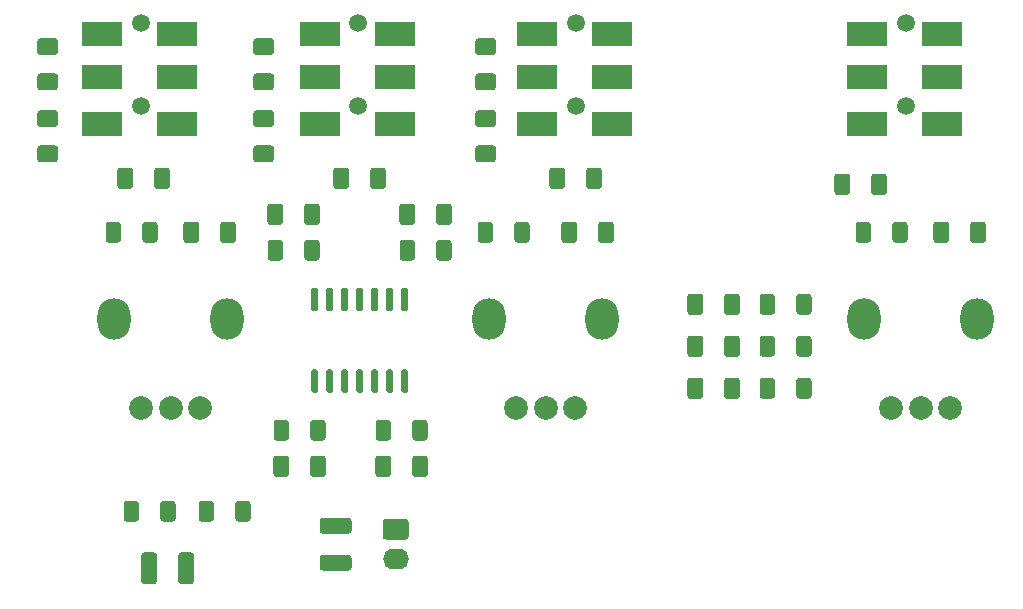
<source format=gbr>
%TF.GenerationSoftware,KiCad,Pcbnew,5.1.7-a382d34a8~87~ubuntu20.04.1*%
%TF.CreationDate,2020-10-16T18:55:23+02:00*%
%TF.ProjectId,3Channel-PiezoAmp,33436861-6e6e-4656-9c2d-5069657a6f41,rev?*%
%TF.SameCoordinates,Original*%
%TF.FileFunction,Soldermask,Bot*%
%TF.FilePolarity,Negative*%
%FSLAX46Y46*%
G04 Gerber Fmt 4.6, Leading zero omitted, Abs format (unit mm)*
G04 Created by KiCad (PCBNEW 5.1.7-a382d34a8~87~ubuntu20.04.1) date 2020-10-16 18:55:23*
%MOMM*%
%LPD*%
G01*
G04 APERTURE LIST*
%ADD10C,2.000000*%
%ADD11O,2.800000X3.500000*%
%ADD12O,2.190000X1.740000*%
%ADD13R,3.500000X2.000000*%
%ADD14C,1.500000*%
G04 APERTURE END LIST*
D10*
%TO.C,RV1*%
X52110000Y-87510000D03*
X54610000Y-87510000D03*
X57110000Y-87510000D03*
D11*
X49810000Y-80010000D03*
X59410000Y-80010000D03*
%TD*%
D10*
%TO.C,RV2*%
X83860000Y-87510000D03*
X86360000Y-87510000D03*
X88860000Y-87510000D03*
D11*
X81560000Y-80010000D03*
X91160000Y-80010000D03*
%TD*%
D10*
%TO.C,RV3*%
X115610000Y-87510000D03*
X118110000Y-87510000D03*
X120610000Y-87510000D03*
D11*
X113310000Y-80010000D03*
X122910000Y-80010000D03*
%TD*%
%TO.C,BT1*%
G36*
G01*
X72814999Y-96920000D02*
X74505001Y-96920000D01*
G75*
G02*
X74755000Y-97169999I0J-249999D01*
G01*
X74755000Y-98410001D01*
G75*
G02*
X74505001Y-98660000I-249999J0D01*
G01*
X72814999Y-98660000D01*
G75*
G02*
X72565000Y-98410001I0J249999D01*
G01*
X72565000Y-97169999D01*
G75*
G02*
X72814999Y-96920000I249999J0D01*
G01*
G37*
D12*
X73660000Y-100330000D03*
%TD*%
%TO.C,C1*%
G36*
G01*
X53456000Y-99991999D02*
X53456000Y-102192001D01*
G75*
G02*
X53206001Y-102442000I-249999J0D01*
G01*
X52380999Y-102442000D01*
G75*
G02*
X52131000Y-102192001I0J249999D01*
G01*
X52131000Y-99991999D01*
G75*
G02*
X52380999Y-99742000I249999J0D01*
G01*
X53206001Y-99742000D01*
G75*
G02*
X53456000Y-99991999I0J-249999D01*
G01*
G37*
G36*
G01*
X56581000Y-99991999D02*
X56581000Y-102192001D01*
G75*
G02*
X56331001Y-102442000I-249999J0D01*
G01*
X55505999Y-102442000D01*
G75*
G02*
X55256000Y-102192001I0J249999D01*
G01*
X55256000Y-99991999D01*
G75*
G02*
X55505999Y-99742000I249999J0D01*
G01*
X56331001Y-99742000D01*
G75*
G02*
X56581000Y-99991999I0J-249999D01*
G01*
G37*
%TD*%
%TO.C,C14*%
G36*
G01*
X67479999Y-99960000D02*
X69680001Y-99960000D01*
G75*
G02*
X69930000Y-100209999I0J-249999D01*
G01*
X69930000Y-101035001D01*
G75*
G02*
X69680001Y-101285000I-249999J0D01*
G01*
X67479999Y-101285000D01*
G75*
G02*
X67230000Y-101035001I0J249999D01*
G01*
X67230000Y-100209999D01*
G75*
G02*
X67479999Y-99960000I249999J0D01*
G01*
G37*
G36*
G01*
X67479999Y-96835000D02*
X69680001Y-96835000D01*
G75*
G02*
X69930000Y-97084999I0J-249999D01*
G01*
X69930000Y-97910001D01*
G75*
G02*
X69680001Y-98160000I-249999J0D01*
G01*
X67479999Y-98160000D01*
G75*
G02*
X67230000Y-97910001I0J249999D01*
G01*
X67230000Y-97084999D01*
G75*
G02*
X67479999Y-96835000I249999J0D01*
G01*
G37*
%TD*%
%TO.C,D1*%
G36*
G01*
X44821000Y-63741000D02*
X43571000Y-63741000D01*
G75*
G02*
X43321000Y-63491000I0J250000D01*
G01*
X43321000Y-62566000D01*
G75*
G02*
X43571000Y-62316000I250000J0D01*
G01*
X44821000Y-62316000D01*
G75*
G02*
X45071000Y-62566000I0J-250000D01*
G01*
X45071000Y-63491000D01*
G75*
G02*
X44821000Y-63741000I-250000J0D01*
G01*
G37*
G36*
G01*
X44821000Y-66716000D02*
X43571000Y-66716000D01*
G75*
G02*
X43321000Y-66466000I0J250000D01*
G01*
X43321000Y-65541000D01*
G75*
G02*
X43571000Y-65291000I250000J0D01*
G01*
X44821000Y-65291000D01*
G75*
G02*
X45071000Y-65541000I0J-250000D01*
G01*
X45071000Y-66466000D01*
G75*
G02*
X44821000Y-66716000I-250000J0D01*
G01*
G37*
%TD*%
%TO.C,D2*%
G36*
G01*
X44821000Y-60620000D02*
X43571000Y-60620000D01*
G75*
G02*
X43321000Y-60370000I0J250000D01*
G01*
X43321000Y-59445000D01*
G75*
G02*
X43571000Y-59195000I250000J0D01*
G01*
X44821000Y-59195000D01*
G75*
G02*
X45071000Y-59445000I0J-250000D01*
G01*
X45071000Y-60370000D01*
G75*
G02*
X44821000Y-60620000I-250000J0D01*
G01*
G37*
G36*
G01*
X44821000Y-57645000D02*
X43571000Y-57645000D01*
G75*
G02*
X43321000Y-57395000I0J250000D01*
G01*
X43321000Y-56470000D01*
G75*
G02*
X43571000Y-56220000I250000J0D01*
G01*
X44821000Y-56220000D01*
G75*
G02*
X45071000Y-56470000I0J-250000D01*
G01*
X45071000Y-57395000D01*
G75*
G02*
X44821000Y-57645000I-250000J0D01*
G01*
G37*
%TD*%
%TO.C,D3*%
G36*
G01*
X63109000Y-63741000D02*
X61859000Y-63741000D01*
G75*
G02*
X61609000Y-63491000I0J250000D01*
G01*
X61609000Y-62566000D01*
G75*
G02*
X61859000Y-62316000I250000J0D01*
G01*
X63109000Y-62316000D01*
G75*
G02*
X63359000Y-62566000I0J-250000D01*
G01*
X63359000Y-63491000D01*
G75*
G02*
X63109000Y-63741000I-250000J0D01*
G01*
G37*
G36*
G01*
X63109000Y-66716000D02*
X61859000Y-66716000D01*
G75*
G02*
X61609000Y-66466000I0J250000D01*
G01*
X61609000Y-65541000D01*
G75*
G02*
X61859000Y-65291000I250000J0D01*
G01*
X63109000Y-65291000D01*
G75*
G02*
X63359000Y-65541000I0J-250000D01*
G01*
X63359000Y-66466000D01*
G75*
G02*
X63109000Y-66716000I-250000J0D01*
G01*
G37*
%TD*%
%TO.C,D4*%
G36*
G01*
X63109000Y-60620000D02*
X61859000Y-60620000D01*
G75*
G02*
X61609000Y-60370000I0J250000D01*
G01*
X61609000Y-59445000D01*
G75*
G02*
X61859000Y-59195000I250000J0D01*
G01*
X63109000Y-59195000D01*
G75*
G02*
X63359000Y-59445000I0J-250000D01*
G01*
X63359000Y-60370000D01*
G75*
G02*
X63109000Y-60620000I-250000J0D01*
G01*
G37*
G36*
G01*
X63109000Y-57645000D02*
X61859000Y-57645000D01*
G75*
G02*
X61609000Y-57395000I0J250000D01*
G01*
X61609000Y-56470000D01*
G75*
G02*
X61859000Y-56220000I250000J0D01*
G01*
X63109000Y-56220000D01*
G75*
G02*
X63359000Y-56470000I0J-250000D01*
G01*
X63359000Y-57395000D01*
G75*
G02*
X63109000Y-57645000I-250000J0D01*
G01*
G37*
%TD*%
%TO.C,D5*%
G36*
G01*
X81905000Y-66716000D02*
X80655000Y-66716000D01*
G75*
G02*
X80405000Y-66466000I0J250000D01*
G01*
X80405000Y-65541000D01*
G75*
G02*
X80655000Y-65291000I250000J0D01*
G01*
X81905000Y-65291000D01*
G75*
G02*
X82155000Y-65541000I0J-250000D01*
G01*
X82155000Y-66466000D01*
G75*
G02*
X81905000Y-66716000I-250000J0D01*
G01*
G37*
G36*
G01*
X81905000Y-63741000D02*
X80655000Y-63741000D01*
G75*
G02*
X80405000Y-63491000I0J250000D01*
G01*
X80405000Y-62566000D01*
G75*
G02*
X80655000Y-62316000I250000J0D01*
G01*
X81905000Y-62316000D01*
G75*
G02*
X82155000Y-62566000I0J-250000D01*
G01*
X82155000Y-63491000D01*
G75*
G02*
X81905000Y-63741000I-250000J0D01*
G01*
G37*
%TD*%
%TO.C,D6*%
G36*
G01*
X81905000Y-57645000D02*
X80655000Y-57645000D01*
G75*
G02*
X80405000Y-57395000I0J250000D01*
G01*
X80405000Y-56470000D01*
G75*
G02*
X80655000Y-56220000I250000J0D01*
G01*
X81905000Y-56220000D01*
G75*
G02*
X82155000Y-56470000I0J-250000D01*
G01*
X82155000Y-57395000D01*
G75*
G02*
X81905000Y-57645000I-250000J0D01*
G01*
G37*
G36*
G01*
X81905000Y-60620000D02*
X80655000Y-60620000D01*
G75*
G02*
X80405000Y-60370000I0J250000D01*
G01*
X80405000Y-59445000D01*
G75*
G02*
X80655000Y-59195000I250000J0D01*
G01*
X81905000Y-59195000D01*
G75*
G02*
X82155000Y-59445000I0J-250000D01*
G01*
X82155000Y-60370000D01*
G75*
G02*
X81905000Y-60620000I-250000J0D01*
G01*
G37*
%TD*%
%TO.C,R1*%
G36*
G01*
X58282000Y-95641000D02*
X58282000Y-96891000D01*
G75*
G02*
X58032000Y-97141000I-250000J0D01*
G01*
X57232000Y-97141000D01*
G75*
G02*
X56982000Y-96891000I0J250000D01*
G01*
X56982000Y-95641000D01*
G75*
G02*
X57232000Y-95391000I250000J0D01*
G01*
X58032000Y-95391000D01*
G75*
G02*
X58282000Y-95641000I0J-250000D01*
G01*
G37*
G36*
G01*
X61382000Y-95641000D02*
X61382000Y-96891000D01*
G75*
G02*
X61132000Y-97141000I-250000J0D01*
G01*
X60332000Y-97141000D01*
G75*
G02*
X60082000Y-96891000I0J250000D01*
G01*
X60082000Y-95641000D01*
G75*
G02*
X60332000Y-95391000I250000J0D01*
G01*
X61132000Y-95391000D01*
G75*
G02*
X61382000Y-95641000I0J-250000D01*
G01*
G37*
%TD*%
%TO.C,R2*%
G36*
G01*
X55032000Y-95641000D02*
X55032000Y-96891000D01*
G75*
G02*
X54782000Y-97141000I-250000J0D01*
G01*
X53982000Y-97141000D01*
G75*
G02*
X53732000Y-96891000I0J250000D01*
G01*
X53732000Y-95641000D01*
G75*
G02*
X53982000Y-95391000I250000J0D01*
G01*
X54782000Y-95391000D01*
G75*
G02*
X55032000Y-95641000I0J-250000D01*
G01*
G37*
G36*
G01*
X51932000Y-95641000D02*
X51932000Y-96891000D01*
G75*
G02*
X51682000Y-97141000I-250000J0D01*
G01*
X50882000Y-97141000D01*
G75*
G02*
X50632000Y-96891000I0J250000D01*
G01*
X50632000Y-95641000D01*
G75*
G02*
X50882000Y-95391000I250000J0D01*
G01*
X51682000Y-95391000D01*
G75*
G02*
X51932000Y-95641000I0J-250000D01*
G01*
G37*
%TD*%
%TO.C,R3*%
G36*
G01*
X66432000Y-90033000D02*
X66432000Y-88783000D01*
G75*
G02*
X66682000Y-88533000I250000J0D01*
G01*
X67482000Y-88533000D01*
G75*
G02*
X67732000Y-88783000I0J-250000D01*
G01*
X67732000Y-90033000D01*
G75*
G02*
X67482000Y-90283000I-250000J0D01*
G01*
X66682000Y-90283000D01*
G75*
G02*
X66432000Y-90033000I0J250000D01*
G01*
G37*
G36*
G01*
X63332000Y-90033000D02*
X63332000Y-88783000D01*
G75*
G02*
X63582000Y-88533000I250000J0D01*
G01*
X64382000Y-88533000D01*
G75*
G02*
X64632000Y-88783000I0J-250000D01*
G01*
X64632000Y-90033000D01*
G75*
G02*
X64382000Y-90283000I-250000J0D01*
G01*
X63582000Y-90283000D01*
G75*
G02*
X63332000Y-90033000I0J250000D01*
G01*
G37*
%TD*%
%TO.C,R4*%
G36*
G01*
X76368000Y-88783000D02*
X76368000Y-90033000D01*
G75*
G02*
X76118000Y-90283000I-250000J0D01*
G01*
X75318000Y-90283000D01*
G75*
G02*
X75068000Y-90033000I0J250000D01*
G01*
X75068000Y-88783000D01*
G75*
G02*
X75318000Y-88533000I250000J0D01*
G01*
X76118000Y-88533000D01*
G75*
G02*
X76368000Y-88783000I0J-250000D01*
G01*
G37*
G36*
G01*
X73268000Y-88783000D02*
X73268000Y-90033000D01*
G75*
G02*
X73018000Y-90283000I-250000J0D01*
G01*
X72218000Y-90283000D01*
G75*
G02*
X71968000Y-90033000I0J250000D01*
G01*
X71968000Y-88783000D01*
G75*
G02*
X72218000Y-88533000I250000J0D01*
G01*
X73018000Y-88533000D01*
G75*
G02*
X73268000Y-88783000I0J-250000D01*
G01*
G37*
%TD*%
%TO.C,R5*%
G36*
G01*
X65924000Y-74793000D02*
X65924000Y-73543000D01*
G75*
G02*
X66174000Y-73293000I250000J0D01*
G01*
X66974000Y-73293000D01*
G75*
G02*
X67224000Y-73543000I0J-250000D01*
G01*
X67224000Y-74793000D01*
G75*
G02*
X66974000Y-75043000I-250000J0D01*
G01*
X66174000Y-75043000D01*
G75*
G02*
X65924000Y-74793000I0J250000D01*
G01*
G37*
G36*
G01*
X62824000Y-74793000D02*
X62824000Y-73543000D01*
G75*
G02*
X63074000Y-73293000I250000J0D01*
G01*
X63874000Y-73293000D01*
G75*
G02*
X64124000Y-73543000I0J-250000D01*
G01*
X64124000Y-74793000D01*
G75*
G02*
X63874000Y-75043000I-250000J0D01*
G01*
X63074000Y-75043000D01*
G75*
G02*
X62824000Y-74793000I0J250000D01*
G01*
G37*
%TD*%
%TO.C,R6*%
G36*
G01*
X53508000Y-72019000D02*
X53508000Y-73269000D01*
G75*
G02*
X53258000Y-73519000I-250000J0D01*
G01*
X52458000Y-73519000D01*
G75*
G02*
X52208000Y-73269000I0J250000D01*
G01*
X52208000Y-72019000D01*
G75*
G02*
X52458000Y-71769000I250000J0D01*
G01*
X53258000Y-71769000D01*
G75*
G02*
X53508000Y-72019000I0J-250000D01*
G01*
G37*
G36*
G01*
X50408000Y-72019000D02*
X50408000Y-73269000D01*
G75*
G02*
X50158000Y-73519000I-250000J0D01*
G01*
X49358000Y-73519000D01*
G75*
G02*
X49108000Y-73269000I0J250000D01*
G01*
X49108000Y-72019000D01*
G75*
G02*
X49358000Y-71769000I250000J0D01*
G01*
X50158000Y-71769000D01*
G75*
G02*
X50408000Y-72019000I0J-250000D01*
G01*
G37*
%TD*%
%TO.C,R7*%
G36*
G01*
X81904000Y-72019000D02*
X81904000Y-73269000D01*
G75*
G02*
X81654000Y-73519000I-250000J0D01*
G01*
X80854000Y-73519000D01*
G75*
G02*
X80604000Y-73269000I0J250000D01*
G01*
X80604000Y-72019000D01*
G75*
G02*
X80854000Y-71769000I250000J0D01*
G01*
X81654000Y-71769000D01*
G75*
G02*
X81904000Y-72019000I0J-250000D01*
G01*
G37*
G36*
G01*
X85004000Y-72019000D02*
X85004000Y-73269000D01*
G75*
G02*
X84754000Y-73519000I-250000J0D01*
G01*
X83954000Y-73519000D01*
G75*
G02*
X83704000Y-73269000I0J250000D01*
G01*
X83704000Y-72019000D01*
G75*
G02*
X83954000Y-71769000I250000J0D01*
G01*
X84754000Y-71769000D01*
G75*
G02*
X85004000Y-72019000I0J-250000D01*
G01*
G37*
%TD*%
%TO.C,R8*%
G36*
G01*
X113908000Y-72019000D02*
X113908000Y-73269000D01*
G75*
G02*
X113658000Y-73519000I-250000J0D01*
G01*
X112858000Y-73519000D01*
G75*
G02*
X112608000Y-73269000I0J250000D01*
G01*
X112608000Y-72019000D01*
G75*
G02*
X112858000Y-71769000I250000J0D01*
G01*
X113658000Y-71769000D01*
G75*
G02*
X113908000Y-72019000I0J-250000D01*
G01*
G37*
G36*
G01*
X117008000Y-72019000D02*
X117008000Y-73269000D01*
G75*
G02*
X116758000Y-73519000I-250000J0D01*
G01*
X115958000Y-73519000D01*
G75*
G02*
X115708000Y-73269000I0J250000D01*
G01*
X115708000Y-72019000D01*
G75*
G02*
X115958000Y-71769000I250000J0D01*
G01*
X116758000Y-71769000D01*
G75*
G02*
X117008000Y-72019000I0J-250000D01*
G01*
G37*
%TD*%
%TO.C,R9*%
G36*
G01*
X105780000Y-78115000D02*
X105780000Y-79365000D01*
G75*
G02*
X105530000Y-79615000I-250000J0D01*
G01*
X104730000Y-79615000D01*
G75*
G02*
X104480000Y-79365000I0J250000D01*
G01*
X104480000Y-78115000D01*
G75*
G02*
X104730000Y-77865000I250000J0D01*
G01*
X105530000Y-77865000D01*
G75*
G02*
X105780000Y-78115000I0J-250000D01*
G01*
G37*
G36*
G01*
X108880000Y-78115000D02*
X108880000Y-79365000D01*
G75*
G02*
X108630000Y-79615000I-250000J0D01*
G01*
X107830000Y-79615000D01*
G75*
G02*
X107580000Y-79365000I0J250000D01*
G01*
X107580000Y-78115000D01*
G75*
G02*
X107830000Y-77865000I250000J0D01*
G01*
X108630000Y-77865000D01*
G75*
G02*
X108880000Y-78115000I0J-250000D01*
G01*
G37*
%TD*%
%TO.C,R10*%
G36*
G01*
X108880000Y-81671000D02*
X108880000Y-82921000D01*
G75*
G02*
X108630000Y-83171000I-250000J0D01*
G01*
X107830000Y-83171000D01*
G75*
G02*
X107580000Y-82921000I0J250000D01*
G01*
X107580000Y-81671000D01*
G75*
G02*
X107830000Y-81421000I250000J0D01*
G01*
X108630000Y-81421000D01*
G75*
G02*
X108880000Y-81671000I0J-250000D01*
G01*
G37*
G36*
G01*
X105780000Y-81671000D02*
X105780000Y-82921000D01*
G75*
G02*
X105530000Y-83171000I-250000J0D01*
G01*
X104730000Y-83171000D01*
G75*
G02*
X104480000Y-82921000I0J250000D01*
G01*
X104480000Y-81671000D01*
G75*
G02*
X104730000Y-81421000I250000J0D01*
G01*
X105530000Y-81421000D01*
G75*
G02*
X105780000Y-81671000I0J-250000D01*
G01*
G37*
%TD*%
%TO.C,R11*%
G36*
G01*
X108880000Y-85227000D02*
X108880000Y-86477000D01*
G75*
G02*
X108630000Y-86727000I-250000J0D01*
G01*
X107830000Y-86727000D01*
G75*
G02*
X107580000Y-86477000I0J250000D01*
G01*
X107580000Y-85227000D01*
G75*
G02*
X107830000Y-84977000I250000J0D01*
G01*
X108630000Y-84977000D01*
G75*
G02*
X108880000Y-85227000I0J-250000D01*
G01*
G37*
G36*
G01*
X105780000Y-85227000D02*
X105780000Y-86477000D01*
G75*
G02*
X105530000Y-86727000I-250000J0D01*
G01*
X104730000Y-86727000D01*
G75*
G02*
X104480000Y-86477000I0J250000D01*
G01*
X104480000Y-85227000D01*
G75*
G02*
X104730000Y-84977000I250000J0D01*
G01*
X105530000Y-84977000D01*
G75*
G02*
X105780000Y-85227000I0J-250000D01*
G01*
G37*
%TD*%
%TO.C,R12*%
G36*
G01*
X78400000Y-73543000D02*
X78400000Y-74793000D01*
G75*
G02*
X78150000Y-75043000I-250000J0D01*
G01*
X77350000Y-75043000D01*
G75*
G02*
X77100000Y-74793000I0J250000D01*
G01*
X77100000Y-73543000D01*
G75*
G02*
X77350000Y-73293000I250000J0D01*
G01*
X78150000Y-73293000D01*
G75*
G02*
X78400000Y-73543000I0J-250000D01*
G01*
G37*
G36*
G01*
X75300000Y-73543000D02*
X75300000Y-74793000D01*
G75*
G02*
X75050000Y-75043000I-250000J0D01*
G01*
X74250000Y-75043000D01*
G75*
G02*
X74000000Y-74793000I0J250000D01*
G01*
X74000000Y-73543000D01*
G75*
G02*
X74250000Y-73293000I250000J0D01*
G01*
X75050000Y-73293000D01*
G75*
G02*
X75300000Y-73543000I0J-250000D01*
G01*
G37*
%TD*%
%TO.C,U1*%
G36*
G01*
X66652000Y-77338000D02*
X66952000Y-77338000D01*
G75*
G02*
X67102000Y-77488000I0J-150000D01*
G01*
X67102000Y-79163000D01*
G75*
G02*
X66952000Y-79313000I-150000J0D01*
G01*
X66652000Y-79313000D01*
G75*
G02*
X66502000Y-79163000I0J150000D01*
G01*
X66502000Y-77488000D01*
G75*
G02*
X66652000Y-77338000I150000J0D01*
G01*
G37*
G36*
G01*
X67922000Y-77338000D02*
X68222000Y-77338000D01*
G75*
G02*
X68372000Y-77488000I0J-150000D01*
G01*
X68372000Y-79163000D01*
G75*
G02*
X68222000Y-79313000I-150000J0D01*
G01*
X67922000Y-79313000D01*
G75*
G02*
X67772000Y-79163000I0J150000D01*
G01*
X67772000Y-77488000D01*
G75*
G02*
X67922000Y-77338000I150000J0D01*
G01*
G37*
G36*
G01*
X69192000Y-77338000D02*
X69492000Y-77338000D01*
G75*
G02*
X69642000Y-77488000I0J-150000D01*
G01*
X69642000Y-79163000D01*
G75*
G02*
X69492000Y-79313000I-150000J0D01*
G01*
X69192000Y-79313000D01*
G75*
G02*
X69042000Y-79163000I0J150000D01*
G01*
X69042000Y-77488000D01*
G75*
G02*
X69192000Y-77338000I150000J0D01*
G01*
G37*
G36*
G01*
X70462000Y-77338000D02*
X70762000Y-77338000D01*
G75*
G02*
X70912000Y-77488000I0J-150000D01*
G01*
X70912000Y-79163000D01*
G75*
G02*
X70762000Y-79313000I-150000J0D01*
G01*
X70462000Y-79313000D01*
G75*
G02*
X70312000Y-79163000I0J150000D01*
G01*
X70312000Y-77488000D01*
G75*
G02*
X70462000Y-77338000I150000J0D01*
G01*
G37*
G36*
G01*
X71732000Y-77338000D02*
X72032000Y-77338000D01*
G75*
G02*
X72182000Y-77488000I0J-150000D01*
G01*
X72182000Y-79163000D01*
G75*
G02*
X72032000Y-79313000I-150000J0D01*
G01*
X71732000Y-79313000D01*
G75*
G02*
X71582000Y-79163000I0J150000D01*
G01*
X71582000Y-77488000D01*
G75*
G02*
X71732000Y-77338000I150000J0D01*
G01*
G37*
G36*
G01*
X73002000Y-77338000D02*
X73302000Y-77338000D01*
G75*
G02*
X73452000Y-77488000I0J-150000D01*
G01*
X73452000Y-79163000D01*
G75*
G02*
X73302000Y-79313000I-150000J0D01*
G01*
X73002000Y-79313000D01*
G75*
G02*
X72852000Y-79163000I0J150000D01*
G01*
X72852000Y-77488000D01*
G75*
G02*
X73002000Y-77338000I150000J0D01*
G01*
G37*
G36*
G01*
X74272000Y-77338000D02*
X74572000Y-77338000D01*
G75*
G02*
X74722000Y-77488000I0J-150000D01*
G01*
X74722000Y-79163000D01*
G75*
G02*
X74572000Y-79313000I-150000J0D01*
G01*
X74272000Y-79313000D01*
G75*
G02*
X74122000Y-79163000I0J150000D01*
G01*
X74122000Y-77488000D01*
G75*
G02*
X74272000Y-77338000I150000J0D01*
G01*
G37*
G36*
G01*
X74272000Y-84263000D02*
X74572000Y-84263000D01*
G75*
G02*
X74722000Y-84413000I0J-150000D01*
G01*
X74722000Y-86088000D01*
G75*
G02*
X74572000Y-86238000I-150000J0D01*
G01*
X74272000Y-86238000D01*
G75*
G02*
X74122000Y-86088000I0J150000D01*
G01*
X74122000Y-84413000D01*
G75*
G02*
X74272000Y-84263000I150000J0D01*
G01*
G37*
G36*
G01*
X73002000Y-84263000D02*
X73302000Y-84263000D01*
G75*
G02*
X73452000Y-84413000I0J-150000D01*
G01*
X73452000Y-86088000D01*
G75*
G02*
X73302000Y-86238000I-150000J0D01*
G01*
X73002000Y-86238000D01*
G75*
G02*
X72852000Y-86088000I0J150000D01*
G01*
X72852000Y-84413000D01*
G75*
G02*
X73002000Y-84263000I150000J0D01*
G01*
G37*
G36*
G01*
X71732000Y-84263000D02*
X72032000Y-84263000D01*
G75*
G02*
X72182000Y-84413000I0J-150000D01*
G01*
X72182000Y-86088000D01*
G75*
G02*
X72032000Y-86238000I-150000J0D01*
G01*
X71732000Y-86238000D01*
G75*
G02*
X71582000Y-86088000I0J150000D01*
G01*
X71582000Y-84413000D01*
G75*
G02*
X71732000Y-84263000I150000J0D01*
G01*
G37*
G36*
G01*
X70462000Y-84263000D02*
X70762000Y-84263000D01*
G75*
G02*
X70912000Y-84413000I0J-150000D01*
G01*
X70912000Y-86088000D01*
G75*
G02*
X70762000Y-86238000I-150000J0D01*
G01*
X70462000Y-86238000D01*
G75*
G02*
X70312000Y-86088000I0J150000D01*
G01*
X70312000Y-84413000D01*
G75*
G02*
X70462000Y-84263000I150000J0D01*
G01*
G37*
G36*
G01*
X69192000Y-84263000D02*
X69492000Y-84263000D01*
G75*
G02*
X69642000Y-84413000I0J-150000D01*
G01*
X69642000Y-86088000D01*
G75*
G02*
X69492000Y-86238000I-150000J0D01*
G01*
X69192000Y-86238000D01*
G75*
G02*
X69042000Y-86088000I0J150000D01*
G01*
X69042000Y-84413000D01*
G75*
G02*
X69192000Y-84263000I150000J0D01*
G01*
G37*
G36*
G01*
X67922000Y-84263000D02*
X68222000Y-84263000D01*
G75*
G02*
X68372000Y-84413000I0J-150000D01*
G01*
X68372000Y-86088000D01*
G75*
G02*
X68222000Y-86238000I-150000J0D01*
G01*
X67922000Y-86238000D01*
G75*
G02*
X67772000Y-86088000I0J150000D01*
G01*
X67772000Y-84413000D01*
G75*
G02*
X67922000Y-84263000I150000J0D01*
G01*
G37*
G36*
G01*
X66652000Y-84263000D02*
X66952000Y-84263000D01*
G75*
G02*
X67102000Y-84413000I0J-150000D01*
G01*
X67102000Y-86088000D01*
G75*
G02*
X66952000Y-86238000I-150000J0D01*
G01*
X66652000Y-86238000D01*
G75*
G02*
X66502000Y-86088000I0J150000D01*
G01*
X66502000Y-84413000D01*
G75*
G02*
X66652000Y-84263000I150000J0D01*
G01*
G37*
%TD*%
%TO.C,C2*%
G36*
G01*
X54549000Y-67421999D02*
X54549000Y-68722001D01*
G75*
G02*
X54299001Y-68972000I-249999J0D01*
G01*
X53473999Y-68972000D01*
G75*
G02*
X53224000Y-68722001I0J249999D01*
G01*
X53224000Y-67421999D01*
G75*
G02*
X53473999Y-67172000I249999J0D01*
G01*
X54299001Y-67172000D01*
G75*
G02*
X54549000Y-67421999I0J-249999D01*
G01*
G37*
G36*
G01*
X51424000Y-67421999D02*
X51424000Y-68722001D01*
G75*
G02*
X51174001Y-68972000I-249999J0D01*
G01*
X50348999Y-68972000D01*
G75*
G02*
X50099000Y-68722001I0J249999D01*
G01*
X50099000Y-67421999D01*
G75*
G02*
X50348999Y-67172000I249999J0D01*
G01*
X51174001Y-67172000D01*
G75*
G02*
X51424000Y-67421999I0J-249999D01*
G01*
G37*
%TD*%
%TO.C,C3*%
G36*
G01*
X72837000Y-67421999D02*
X72837000Y-68722001D01*
G75*
G02*
X72587001Y-68972000I-249999J0D01*
G01*
X71761999Y-68972000D01*
G75*
G02*
X71512000Y-68722001I0J249999D01*
G01*
X71512000Y-67421999D01*
G75*
G02*
X71761999Y-67172000I249999J0D01*
G01*
X72587001Y-67172000D01*
G75*
G02*
X72837000Y-67421999I0J-249999D01*
G01*
G37*
G36*
G01*
X69712000Y-67421999D02*
X69712000Y-68722001D01*
G75*
G02*
X69462001Y-68972000I-249999J0D01*
G01*
X68636999Y-68972000D01*
G75*
G02*
X68387000Y-68722001I0J249999D01*
G01*
X68387000Y-67421999D01*
G75*
G02*
X68636999Y-67172000I249999J0D01*
G01*
X69462001Y-67172000D01*
G75*
G02*
X69712000Y-67421999I0J-249999D01*
G01*
G37*
%TD*%
%TO.C,C4*%
G36*
G01*
X86675000Y-68722001D02*
X86675000Y-67421999D01*
G75*
G02*
X86924999Y-67172000I249999J0D01*
G01*
X87750001Y-67172000D01*
G75*
G02*
X88000000Y-67421999I0J-249999D01*
G01*
X88000000Y-68722001D01*
G75*
G02*
X87750001Y-68972000I-249999J0D01*
G01*
X86924999Y-68972000D01*
G75*
G02*
X86675000Y-68722001I0J249999D01*
G01*
G37*
G36*
G01*
X89800000Y-68722001D02*
X89800000Y-67421999D01*
G75*
G02*
X90049999Y-67172000I249999J0D01*
G01*
X90875001Y-67172000D01*
G75*
G02*
X91125000Y-67421999I0J-249999D01*
G01*
X91125000Y-68722001D01*
G75*
G02*
X90875001Y-68972000I-249999J0D01*
G01*
X90049999Y-68972000D01*
G75*
G02*
X89800000Y-68722001I0J249999D01*
G01*
G37*
%TD*%
%TO.C,C5*%
G36*
G01*
X66432000Y-93106001D02*
X66432000Y-91805999D01*
G75*
G02*
X66681999Y-91556000I249999J0D01*
G01*
X67507001Y-91556000D01*
G75*
G02*
X67757000Y-91805999I0J-249999D01*
G01*
X67757000Y-93106001D01*
G75*
G02*
X67507001Y-93356000I-249999J0D01*
G01*
X66681999Y-93356000D01*
G75*
G02*
X66432000Y-93106001I0J249999D01*
G01*
G37*
G36*
G01*
X63307000Y-93106001D02*
X63307000Y-91805999D01*
G75*
G02*
X63556999Y-91556000I249999J0D01*
G01*
X64382001Y-91556000D01*
G75*
G02*
X64632000Y-91805999I0J-249999D01*
G01*
X64632000Y-93106001D01*
G75*
G02*
X64382001Y-93356000I-249999J0D01*
G01*
X63556999Y-93356000D01*
G75*
G02*
X63307000Y-93106001I0J249999D01*
G01*
G37*
%TD*%
%TO.C,C6*%
G36*
G01*
X76393000Y-91805999D02*
X76393000Y-93106001D01*
G75*
G02*
X76143001Y-93356000I-249999J0D01*
G01*
X75317999Y-93356000D01*
G75*
G02*
X75068000Y-93106001I0J249999D01*
G01*
X75068000Y-91805999D01*
G75*
G02*
X75317999Y-91556000I249999J0D01*
G01*
X76143001Y-91556000D01*
G75*
G02*
X76393000Y-91805999I0J-249999D01*
G01*
G37*
G36*
G01*
X73268000Y-91805999D02*
X73268000Y-93106001D01*
G75*
G02*
X73018001Y-93356000I-249999J0D01*
G01*
X72192999Y-93356000D01*
G75*
G02*
X71943000Y-93106001I0J249999D01*
G01*
X71943000Y-91805999D01*
G75*
G02*
X72192999Y-91556000I249999J0D01*
G01*
X73018001Y-91556000D01*
G75*
G02*
X73268000Y-91805999I0J-249999D01*
G01*
G37*
%TD*%
%TO.C,C7*%
G36*
G01*
X65924000Y-71770001D02*
X65924000Y-70469999D01*
G75*
G02*
X66173999Y-70220000I249999J0D01*
G01*
X66999001Y-70220000D01*
G75*
G02*
X67249000Y-70469999I0J-249999D01*
G01*
X67249000Y-71770001D01*
G75*
G02*
X66999001Y-72020000I-249999J0D01*
G01*
X66173999Y-72020000D01*
G75*
G02*
X65924000Y-71770001I0J249999D01*
G01*
G37*
G36*
G01*
X62799000Y-71770001D02*
X62799000Y-70469999D01*
G75*
G02*
X63048999Y-70220000I249999J0D01*
G01*
X63874001Y-70220000D01*
G75*
G02*
X64124000Y-70469999I0J-249999D01*
G01*
X64124000Y-71770001D01*
G75*
G02*
X63874001Y-72020000I-249999J0D01*
G01*
X63048999Y-72020000D01*
G75*
G02*
X62799000Y-71770001I0J249999D01*
G01*
G37*
%TD*%
%TO.C,C8*%
G36*
G01*
X55687000Y-73294001D02*
X55687000Y-71993999D01*
G75*
G02*
X55936999Y-71744000I249999J0D01*
G01*
X56762001Y-71744000D01*
G75*
G02*
X57012000Y-71993999I0J-249999D01*
G01*
X57012000Y-73294001D01*
G75*
G02*
X56762001Y-73544000I-249999J0D01*
G01*
X55936999Y-73544000D01*
G75*
G02*
X55687000Y-73294001I0J249999D01*
G01*
G37*
G36*
G01*
X58812000Y-73294001D02*
X58812000Y-71993999D01*
G75*
G02*
X59061999Y-71744000I249999J0D01*
G01*
X59887001Y-71744000D01*
G75*
G02*
X60137000Y-71993999I0J-249999D01*
G01*
X60137000Y-73294001D01*
G75*
G02*
X59887001Y-73544000I-249999J0D01*
G01*
X59061999Y-73544000D01*
G75*
G02*
X58812000Y-73294001I0J249999D01*
G01*
G37*
%TD*%
%TO.C,C9*%
G36*
G01*
X87691000Y-73294001D02*
X87691000Y-71993999D01*
G75*
G02*
X87940999Y-71744000I249999J0D01*
G01*
X88766001Y-71744000D01*
G75*
G02*
X89016000Y-71993999I0J-249999D01*
G01*
X89016000Y-73294001D01*
G75*
G02*
X88766001Y-73544000I-249999J0D01*
G01*
X87940999Y-73544000D01*
G75*
G02*
X87691000Y-73294001I0J249999D01*
G01*
G37*
G36*
G01*
X90816000Y-73294001D02*
X90816000Y-71993999D01*
G75*
G02*
X91065999Y-71744000I249999J0D01*
G01*
X91891001Y-71744000D01*
G75*
G02*
X92141000Y-71993999I0J-249999D01*
G01*
X92141000Y-73294001D01*
G75*
G02*
X91891001Y-73544000I-249999J0D01*
G01*
X91065999Y-73544000D01*
G75*
G02*
X90816000Y-73294001I0J249999D01*
G01*
G37*
%TD*%
%TO.C,C10*%
G36*
G01*
X122312000Y-73294001D02*
X122312000Y-71993999D01*
G75*
G02*
X122561999Y-71744000I249999J0D01*
G01*
X123387001Y-71744000D01*
G75*
G02*
X123637000Y-71993999I0J-249999D01*
G01*
X123637000Y-73294001D01*
G75*
G02*
X123387001Y-73544000I-249999J0D01*
G01*
X122561999Y-73544000D01*
G75*
G02*
X122312000Y-73294001I0J249999D01*
G01*
G37*
G36*
G01*
X119187000Y-73294001D02*
X119187000Y-71993999D01*
G75*
G02*
X119436999Y-71744000I249999J0D01*
G01*
X120262001Y-71744000D01*
G75*
G02*
X120512000Y-71993999I0J-249999D01*
G01*
X120512000Y-73294001D01*
G75*
G02*
X120262001Y-73544000I-249999J0D01*
G01*
X119436999Y-73544000D01*
G75*
G02*
X119187000Y-73294001I0J249999D01*
G01*
G37*
%TD*%
%TO.C,C11*%
G36*
G01*
X101484000Y-79390001D02*
X101484000Y-78089999D01*
G75*
G02*
X101733999Y-77840000I249999J0D01*
G01*
X102559001Y-77840000D01*
G75*
G02*
X102809000Y-78089999I0J-249999D01*
G01*
X102809000Y-79390001D01*
G75*
G02*
X102559001Y-79640000I-249999J0D01*
G01*
X101733999Y-79640000D01*
G75*
G02*
X101484000Y-79390001I0J249999D01*
G01*
G37*
G36*
G01*
X98359000Y-79390001D02*
X98359000Y-78089999D01*
G75*
G02*
X98608999Y-77840000I249999J0D01*
G01*
X99434001Y-77840000D01*
G75*
G02*
X99684000Y-78089999I0J-249999D01*
G01*
X99684000Y-79390001D01*
G75*
G02*
X99434001Y-79640000I-249999J0D01*
G01*
X98608999Y-79640000D01*
G75*
G02*
X98359000Y-79390001I0J249999D01*
G01*
G37*
%TD*%
%TO.C,C12*%
G36*
G01*
X101484000Y-82946001D02*
X101484000Y-81645999D01*
G75*
G02*
X101733999Y-81396000I249999J0D01*
G01*
X102559001Y-81396000D01*
G75*
G02*
X102809000Y-81645999I0J-249999D01*
G01*
X102809000Y-82946001D01*
G75*
G02*
X102559001Y-83196000I-249999J0D01*
G01*
X101733999Y-83196000D01*
G75*
G02*
X101484000Y-82946001I0J249999D01*
G01*
G37*
G36*
G01*
X98359000Y-82946001D02*
X98359000Y-81645999D01*
G75*
G02*
X98608999Y-81396000I249999J0D01*
G01*
X99434001Y-81396000D01*
G75*
G02*
X99684000Y-81645999I0J-249999D01*
G01*
X99684000Y-82946001D01*
G75*
G02*
X99434001Y-83196000I-249999J0D01*
G01*
X98608999Y-83196000D01*
G75*
G02*
X98359000Y-82946001I0J249999D01*
G01*
G37*
%TD*%
%TO.C,C13*%
G36*
G01*
X101484000Y-86502001D02*
X101484000Y-85201999D01*
G75*
G02*
X101733999Y-84952000I249999J0D01*
G01*
X102559001Y-84952000D01*
G75*
G02*
X102809000Y-85201999I0J-249999D01*
G01*
X102809000Y-86502001D01*
G75*
G02*
X102559001Y-86752000I-249999J0D01*
G01*
X101733999Y-86752000D01*
G75*
G02*
X101484000Y-86502001I0J249999D01*
G01*
G37*
G36*
G01*
X98359000Y-86502001D02*
X98359000Y-85201999D01*
G75*
G02*
X98608999Y-84952000I249999J0D01*
G01*
X99434001Y-84952000D01*
G75*
G02*
X99684000Y-85201999I0J-249999D01*
G01*
X99684000Y-86502001D01*
G75*
G02*
X99434001Y-86752000I-249999J0D01*
G01*
X98608999Y-86752000D01*
G75*
G02*
X98359000Y-86502001I0J249999D01*
G01*
G37*
%TD*%
%TO.C,C15*%
G36*
G01*
X75300000Y-70469999D02*
X75300000Y-71770001D01*
G75*
G02*
X75050001Y-72020000I-249999J0D01*
G01*
X74224999Y-72020000D01*
G75*
G02*
X73975000Y-71770001I0J249999D01*
G01*
X73975000Y-70469999D01*
G75*
G02*
X74224999Y-70220000I249999J0D01*
G01*
X75050001Y-70220000D01*
G75*
G02*
X75300000Y-70469999I0J-249999D01*
G01*
G37*
G36*
G01*
X78425000Y-70469999D02*
X78425000Y-71770001D01*
G75*
G02*
X78175001Y-72020000I-249999J0D01*
G01*
X77349999Y-72020000D01*
G75*
G02*
X77100000Y-71770001I0J249999D01*
G01*
X77100000Y-70469999D01*
G75*
G02*
X77349999Y-70220000I249999J0D01*
G01*
X78175001Y-70220000D01*
G75*
G02*
X78425000Y-70469999I0J-249999D01*
G01*
G37*
%TD*%
%TO.C,C17*%
G36*
G01*
X110805000Y-69230001D02*
X110805000Y-67929999D01*
G75*
G02*
X111054999Y-67680000I249999J0D01*
G01*
X111880001Y-67680000D01*
G75*
G02*
X112130000Y-67929999I0J-249999D01*
G01*
X112130000Y-69230001D01*
G75*
G02*
X111880001Y-69480000I-249999J0D01*
G01*
X111054999Y-69480000D01*
G75*
G02*
X110805000Y-69230001I0J249999D01*
G01*
G37*
G36*
G01*
X113930000Y-69230001D02*
X113930000Y-67929999D01*
G75*
G02*
X114179999Y-67680000I249999J0D01*
G01*
X115005001Y-67680000D01*
G75*
G02*
X115255000Y-67929999I0J-249999D01*
G01*
X115255000Y-69230001D01*
G75*
G02*
X115005001Y-69480000I-249999J0D01*
G01*
X114179999Y-69480000D01*
G75*
G02*
X113930000Y-69230001I0J249999D01*
G01*
G37*
%TD*%
D13*
%TO.C,J1*%
X55170000Y-59515000D03*
X55170000Y-63515000D03*
X55170000Y-55880000D03*
X48820000Y-55880000D03*
X48820000Y-63515000D03*
X48820000Y-59515000D03*
D14*
X52070000Y-54915000D03*
X52070000Y-61915000D03*
%TD*%
%TO.C,J2*%
X70485000Y-61915000D03*
X70485000Y-54915000D03*
D13*
X67235000Y-59515000D03*
X67235000Y-63515000D03*
X67235000Y-55880000D03*
X73585000Y-55880000D03*
X73585000Y-63515000D03*
X73585000Y-59515000D03*
%TD*%
%TO.C,J3*%
X92000000Y-59515000D03*
X92000000Y-63515000D03*
X92000000Y-55880000D03*
X85650000Y-55880000D03*
X85650000Y-63515000D03*
X85650000Y-59515000D03*
D14*
X88900000Y-54915000D03*
X88900000Y-61915000D03*
%TD*%
%TO.C,J4*%
X116840000Y-61915000D03*
X116840000Y-54915000D03*
D13*
X113590000Y-59515000D03*
X113590000Y-63515000D03*
X113590000Y-55880000D03*
X119940000Y-55880000D03*
X119940000Y-63515000D03*
X119940000Y-59515000D03*
%TD*%
M02*

</source>
